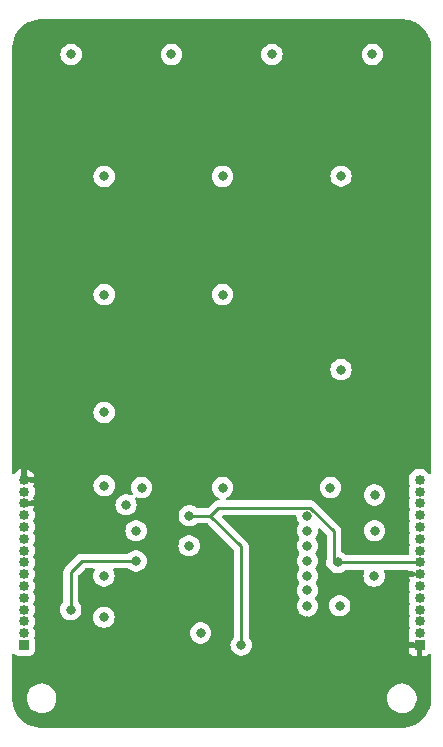
<source format=gbr>
%TF.GenerationSoftware,KiCad,Pcbnew,8.0.1*%
%TF.CreationDate,2024-03-29T18:45:23-05:00*%
%TF.ProjectId,TTWR Keypad,54545752-204b-4657-9970-61642e6b6963,V01*%
%TF.SameCoordinates,Original*%
%TF.FileFunction,Copper,L3,Inr*%
%TF.FilePolarity,Positive*%
%FSLAX46Y46*%
G04 Gerber Fmt 4.6, Leading zero omitted, Abs format (unit mm)*
G04 Created by KiCad (PCBNEW 8.0.1) date 2024-03-29 18:45:23*
%MOMM*%
%LPD*%
G01*
G04 APERTURE LIST*
%TA.AperFunction,ComponentPad*%
%ADD10R,0.850000X0.850000*%
%TD*%
%TA.AperFunction,ComponentPad*%
%ADD11O,0.850000X0.850000*%
%TD*%
%TA.AperFunction,ViaPad*%
%ADD12C,0.800000*%
%TD*%
%TA.AperFunction,Conductor*%
%ADD13C,0.250000*%
%TD*%
G04 APERTURE END LIST*
D10*
%TO.N,Net-(J2-Pin_1)*%
%TO.C,J2*%
X151000000Y-93000000D03*
D11*
%TO.N,unconnected-(J2-Pin_2-Pad2)*%
X151000000Y-92000000D03*
%TO.N,unconnected-(J2-Pin_3-Pad3)*%
X151000000Y-91000000D03*
%TO.N,unconnected-(J2-Pin_4-Pad4)*%
X151000000Y-90000000D03*
%TO.N,unconnected-(J2-Pin_5-Pad5)*%
X151000000Y-89000000D03*
%TO.N,unconnected-(J2-Pin_6-Pad6)*%
X151000000Y-88000000D03*
%TO.N,unconnected-(J2-Pin_7-Pad7)*%
X151000000Y-87000000D03*
%TO.N,unconnected-(J2-Pin_8-Pad8)*%
X151000000Y-86000000D03*
%TO.N,unconnected-(J2-Pin_9-Pad9)*%
X151000000Y-85000000D03*
%TO.N,unconnected-(J2-Pin_10-Pad10)*%
X151000000Y-84000000D03*
%TO.N,unconnected-(J2-Pin_11-Pad11)*%
X151000000Y-83000000D03*
%TO.N,unconnected-(J2-Pin_12-Pad12)*%
X151000000Y-82000000D03*
%TO.N,GND*%
X151000000Y-81000000D03*
%TO.N,unconnected-(J2-Pin_14-Pad14)*%
X151000000Y-80000000D03*
%TO.N,GND*%
X151000000Y-79000000D03*
%TD*%
D10*
%TO.N,GND*%
%TO.C,J1*%
X184500000Y-93000000D03*
D11*
%TO.N,unconnected-(J1-Pin_2-Pad2)*%
X184500000Y-92000000D03*
%TO.N,unconnected-(J1-Pin_3-Pad3)*%
X184500000Y-91000000D03*
%TO.N,unconnected-(J1-Pin_4-Pad4)*%
X184500000Y-90000000D03*
%TO.N,/IO Expander/SDA*%
X184500000Y-89000000D03*
%TO.N,/IO Expander/SCL*%
X184500000Y-88000000D03*
%TO.N,GND*%
X184500000Y-87000000D03*
%TO.N,+3.3V*%
X184500000Y-86000000D03*
%TO.N,unconnected-(J1-Pin_9-Pad9)*%
X184500000Y-85000000D03*
%TO.N,unconnected-(J1-Pin_10-Pad10)*%
X184500000Y-84000000D03*
%TO.N,unconnected-(J1-Pin_11-Pad11)*%
X184500000Y-83000000D03*
%TO.N,unconnected-(J1-Pin_12-Pad12)*%
X184500000Y-82000000D03*
%TO.N,unconnected-(J1-Pin_13-Pad13)*%
X184500000Y-81000000D03*
%TO.N,unconnected-(J1-Pin_14-Pad14)*%
X184500000Y-80000000D03*
%TO.N,unconnected-(J1-Pin_15-Pad15)*%
X184500000Y-79000000D03*
%TD*%
D12*
%TO.N,Net-(D1-A)*%
X155000000Y-43000000D03*
%TO.N,Net-(D2-A)*%
X157800000Y-53325000D03*
%TO.N,Net-(D3-A)*%
X157800000Y-63325000D03*
%TO.N,Net-(D4-A)*%
X157800000Y-73300000D03*
%TO.N,Net-(D8-A)*%
X157775000Y-90650000D03*
%TO.N,Net-(D9-A)*%
X172000000Y-43000000D03*
%TO.N,Net-(D10-A)*%
X177850000Y-53300000D03*
%TO.N,Net-(D11-A)*%
X167825000Y-79675000D03*
%TO.N,Net-(D12-A)*%
X165975000Y-91975000D03*
%TO.N,Net-(D13-A)*%
X180500000Y-43000000D03*
%TO.N,Net-(D14-A)*%
X177850000Y-69675000D03*
%TO.N,Net-(D15-A)*%
X176950000Y-79675000D03*
%TO.N,Net-(D16-A)*%
X177750000Y-89675000D03*
%TO.N,Net-(D5-A)*%
X163500000Y-43000000D03*
%TO.N,Net-(D6-A)*%
X167825000Y-53325000D03*
%TO.N,Net-(D7-A)*%
X167825000Y-63325000D03*
%TO.N,+3.3V*%
X177575000Y-86000000D03*
X165000000Y-82050000D03*
X169400000Y-93000000D03*
%TO.N,GND*%
X182525000Y-80325000D03*
X175000000Y-90950000D03*
%TO.N,ROW_3*%
X157775000Y-87150000D03*
X157800000Y-79500000D03*
%TO.N,/IO Expander/SDA*%
X160500000Y-83325000D03*
%TO.N,/IO Expander/SCL*%
X164995000Y-84595000D03*
%TO.N,/IO Expander/A0*%
X174975000Y-82050000D03*
X180700000Y-80300000D03*
%TO.N,/IO Expander/A1*%
X175000000Y-83325000D03*
X180700000Y-83325000D03*
%TO.N,/IO Expander/A2*%
X175000000Y-84600000D03*
X180650000Y-87175000D03*
%TO.N,/IO Expander/INT*%
X160500000Y-85875000D03*
X154975000Y-90000000D03*
%TO.N,COL_0*%
X160975000Y-79675000D03*
X175000000Y-85875000D03*
%TO.N,COL_1*%
X159650000Y-81125000D03*
X175000000Y-87150000D03*
%TO.N,COL_2*%
X175000000Y-88375000D03*
%TO.N,COL_3*%
X175000000Y-89700000D03*
%TD*%
D13*
%TO.N,+3.3V*%
X175254595Y-81375000D02*
X167475000Y-81375000D01*
X177575000Y-86000000D02*
X177275000Y-86000000D01*
X177250000Y-86025000D02*
X177250000Y-83370405D01*
X177275000Y-86000000D02*
X177250000Y-86025000D01*
X177250000Y-83370405D02*
X175254595Y-81375000D01*
X169400000Y-93000000D02*
X169400000Y-84650000D01*
X169400000Y-84650000D02*
X166800000Y-82050000D01*
X166800000Y-82050000D02*
X165000000Y-82050000D01*
X177250000Y-86025000D02*
X177225000Y-86000000D01*
X167475000Y-81375000D02*
X166800000Y-82050000D01*
X184500000Y-86000000D02*
X177575000Y-86000000D01*
%TO.N,/IO Expander/INT*%
X154975000Y-86825000D02*
X154975000Y-90000000D01*
X155925000Y-85875000D02*
X154975000Y-86825000D01*
X160500000Y-85875000D02*
X155925000Y-85875000D01*
%TD*%
%TA.AperFunction,Conductor*%
%TO.N,GND*%
G36*
X183001039Y-40000017D02*
G01*
X183003981Y-40000065D01*
X183156582Y-40002559D01*
X183170718Y-40003602D01*
X183480196Y-40044345D01*
X183496087Y-40047506D01*
X183740218Y-40112921D01*
X183796612Y-40128032D01*
X183811971Y-40133246D01*
X184099400Y-40252303D01*
X184113947Y-40259477D01*
X184383377Y-40415032D01*
X184396863Y-40424043D01*
X184643686Y-40613437D01*
X184655881Y-40624132D01*
X184875867Y-40844118D01*
X184886562Y-40856313D01*
X185075956Y-41103136D01*
X185084967Y-41116622D01*
X185240522Y-41386052D01*
X185247696Y-41400599D01*
X185366753Y-41688028D01*
X185371967Y-41703387D01*
X185452491Y-42003903D01*
X185455655Y-42019812D01*
X185496396Y-42329270D01*
X185497440Y-42343428D01*
X185499983Y-42498960D01*
X185500000Y-42500987D01*
X185500000Y-78418275D01*
X185480315Y-78485314D01*
X185427511Y-78531069D01*
X185358353Y-78541013D01*
X185294797Y-78511988D01*
X185268613Y-78480275D01*
X185253041Y-78453305D01*
X185252870Y-78453008D01*
X185222498Y-78419276D01*
X185122697Y-78308435D01*
X185122694Y-78308433D01*
X185122693Y-78308432D01*
X185122692Y-78308431D01*
X185043995Y-78251254D01*
X184965297Y-78194076D01*
X184828848Y-78133326D01*
X184787571Y-78114949D01*
X184787569Y-78114948D01*
X184597274Y-78074500D01*
X184402726Y-78074500D01*
X184212431Y-78114948D01*
X184034702Y-78194076D01*
X183877305Y-78308433D01*
X183877302Y-78308435D01*
X183747129Y-78453009D01*
X183649857Y-78621488D01*
X183649856Y-78621489D01*
X183589738Y-78806516D01*
X183569402Y-79000000D01*
X183589738Y-79193483D01*
X183649856Y-79378510D01*
X183649857Y-79378511D01*
X183684203Y-79438000D01*
X183700676Y-79505900D01*
X183684203Y-79562000D01*
X183649857Y-79621488D01*
X183649856Y-79621489D01*
X183589738Y-79806516D01*
X183569402Y-80000000D01*
X183589738Y-80193483D01*
X183649856Y-80378510D01*
X183649857Y-80378511D01*
X183684203Y-80438000D01*
X183700676Y-80505900D01*
X183684203Y-80562000D01*
X183649857Y-80621488D01*
X183649856Y-80621489D01*
X183589738Y-80806516D01*
X183569402Y-81000000D01*
X183589738Y-81193483D01*
X183649856Y-81378510D01*
X183649857Y-81378511D01*
X183684203Y-81438000D01*
X183700676Y-81505900D01*
X183684203Y-81562000D01*
X183649857Y-81621488D01*
X183649856Y-81621489D01*
X183589738Y-81806516D01*
X183569402Y-82000000D01*
X183589738Y-82193483D01*
X183649856Y-82378510D01*
X183649857Y-82378511D01*
X183684203Y-82438000D01*
X183700676Y-82505900D01*
X183684203Y-82562000D01*
X183649857Y-82621488D01*
X183649856Y-82621489D01*
X183589738Y-82806516D01*
X183569402Y-83000000D01*
X183589738Y-83193483D01*
X183649856Y-83378510D01*
X183649857Y-83378511D01*
X183684203Y-83438000D01*
X183700676Y-83505900D01*
X183684203Y-83562000D01*
X183649857Y-83621488D01*
X183649856Y-83621489D01*
X183589738Y-83806516D01*
X183569402Y-84000000D01*
X183589738Y-84193483D01*
X183649856Y-84378510D01*
X183649857Y-84378511D01*
X183684203Y-84438000D01*
X183700676Y-84505900D01*
X183684203Y-84562000D01*
X183649857Y-84621488D01*
X183649856Y-84621489D01*
X183589738Y-84806516D01*
X183572082Y-84974500D01*
X183569402Y-85000000D01*
X183589738Y-85193482D01*
X183589739Y-85193485D01*
X183595814Y-85212183D01*
X183597809Y-85282024D01*
X183561728Y-85341857D01*
X183499026Y-85372684D01*
X183477883Y-85374500D01*
X178278748Y-85374500D01*
X178211709Y-85354815D01*
X178186600Y-85333474D01*
X178180873Y-85327114D01*
X178180869Y-85327110D01*
X178027734Y-85215851D01*
X178027729Y-85215848D01*
X177949064Y-85180824D01*
X177895827Y-85135574D01*
X177875506Y-85068725D01*
X177875500Y-85067545D01*
X177875500Y-83325000D01*
X179794540Y-83325000D01*
X179814326Y-83513256D01*
X179814327Y-83513259D01*
X179872818Y-83693277D01*
X179872821Y-83693284D01*
X179967467Y-83857216D01*
X180094129Y-83997888D01*
X180247265Y-84109148D01*
X180247270Y-84109151D01*
X180420192Y-84186142D01*
X180420197Y-84186144D01*
X180605354Y-84225500D01*
X180605355Y-84225500D01*
X180794644Y-84225500D01*
X180794646Y-84225500D01*
X180979803Y-84186144D01*
X181152730Y-84109151D01*
X181305871Y-83997888D01*
X181432533Y-83857216D01*
X181527179Y-83693284D01*
X181585674Y-83513256D01*
X181605460Y-83325000D01*
X181585674Y-83136744D01*
X181527179Y-82956716D01*
X181432533Y-82792784D01*
X181305871Y-82652112D01*
X181304046Y-82650786D01*
X181152734Y-82540851D01*
X181152729Y-82540848D01*
X180979807Y-82463857D01*
X180979802Y-82463855D01*
X180834001Y-82432865D01*
X180794646Y-82424500D01*
X180605354Y-82424500D01*
X180572897Y-82431398D01*
X180420197Y-82463855D01*
X180420192Y-82463857D01*
X180247270Y-82540848D01*
X180247265Y-82540851D01*
X180094129Y-82652111D01*
X179967466Y-82792785D01*
X179872821Y-82956715D01*
X179872818Y-82956722D01*
X179827771Y-83095364D01*
X179814326Y-83136744D01*
X179794540Y-83325000D01*
X177875500Y-83325000D01*
X177875500Y-83308801D01*
X177855851Y-83210014D01*
X177851463Y-83187953D01*
X177830251Y-83136744D01*
X177830249Y-83136740D01*
X177810997Y-83090260D01*
X177804312Y-83074120D01*
X177752828Y-82997070D01*
X177735858Y-82971672D01*
X177648733Y-82884547D01*
X177648732Y-82884546D01*
X177645621Y-82881435D01*
X177645606Y-82881421D01*
X175744793Y-80980608D01*
X175744773Y-80980586D01*
X175653328Y-80889141D01*
X175602104Y-80854915D01*
X175568130Y-80832214D01*
X175550881Y-80820688D01*
X175455274Y-80781087D01*
X175455272Y-80781085D01*
X175437050Y-80773538D01*
X175437048Y-80773537D01*
X175437047Y-80773537D01*
X175376624Y-80761518D01*
X175316205Y-80749500D01*
X175316202Y-80749500D01*
X175316201Y-80749500D01*
X168208971Y-80749500D01*
X168141932Y-80729815D01*
X168096177Y-80677011D01*
X168086233Y-80607853D01*
X168115258Y-80544297D01*
X168158535Y-80512221D01*
X168225153Y-80482560D01*
X168277730Y-80459151D01*
X168430871Y-80347888D01*
X168557533Y-80207216D01*
X168652179Y-80043284D01*
X168710674Y-79863256D01*
X168730460Y-79675000D01*
X176044540Y-79675000D01*
X176064326Y-79863256D01*
X176064327Y-79863259D01*
X176122818Y-80043277D01*
X176122821Y-80043284D01*
X176217467Y-80207216D01*
X176315057Y-80315600D01*
X176344129Y-80347888D01*
X176497265Y-80459148D01*
X176497270Y-80459151D01*
X176670192Y-80536142D01*
X176670197Y-80536144D01*
X176855354Y-80575500D01*
X176855355Y-80575500D01*
X177044644Y-80575500D01*
X177044646Y-80575500D01*
X177229803Y-80536144D01*
X177402730Y-80459151D01*
X177555871Y-80347888D01*
X177598990Y-80300000D01*
X179794540Y-80300000D01*
X179814326Y-80488256D01*
X179814327Y-80488259D01*
X179872818Y-80668277D01*
X179872821Y-80668284D01*
X179967467Y-80832216D01*
X180094129Y-80972888D01*
X180247265Y-81084148D01*
X180247270Y-81084151D01*
X180420192Y-81161142D01*
X180420197Y-81161144D01*
X180605354Y-81200500D01*
X180605355Y-81200500D01*
X180794644Y-81200500D01*
X180794646Y-81200500D01*
X180979803Y-81161144D01*
X181152730Y-81084151D01*
X181305871Y-80972888D01*
X181432533Y-80832216D01*
X181527179Y-80668284D01*
X181585674Y-80488256D01*
X181605460Y-80300000D01*
X181585674Y-80111744D01*
X181527179Y-79931716D01*
X181432533Y-79767784D01*
X181305871Y-79627112D01*
X181298132Y-79621489D01*
X181152734Y-79515851D01*
X181152729Y-79515848D01*
X180979807Y-79438857D01*
X180979802Y-79438855D01*
X180834001Y-79407865D01*
X180794646Y-79399500D01*
X180605354Y-79399500D01*
X180572897Y-79406398D01*
X180420197Y-79438855D01*
X180420192Y-79438857D01*
X180247270Y-79515848D01*
X180247265Y-79515851D01*
X180094129Y-79627111D01*
X179967466Y-79767785D01*
X179872821Y-79931715D01*
X179872818Y-79931722D01*
X179814327Y-80111740D01*
X179814326Y-80111744D01*
X179794540Y-80300000D01*
X177598990Y-80300000D01*
X177682533Y-80207216D01*
X177777179Y-80043284D01*
X177835674Y-79863256D01*
X177855460Y-79675000D01*
X177835674Y-79486744D01*
X177777179Y-79306716D01*
X177682533Y-79142784D01*
X177555871Y-79002112D01*
X177508624Y-78967785D01*
X177402734Y-78890851D01*
X177402729Y-78890848D01*
X177229807Y-78813857D01*
X177229802Y-78813855D01*
X177084001Y-78782865D01*
X177044646Y-78774500D01*
X176855354Y-78774500D01*
X176822897Y-78781398D01*
X176670197Y-78813855D01*
X176670192Y-78813857D01*
X176497270Y-78890848D01*
X176497265Y-78890851D01*
X176344129Y-79002111D01*
X176217466Y-79142785D01*
X176122821Y-79306715D01*
X176122818Y-79306722D01*
X176064327Y-79486740D01*
X176064326Y-79486744D01*
X176044540Y-79675000D01*
X168730460Y-79675000D01*
X168710674Y-79486744D01*
X168652179Y-79306716D01*
X168557533Y-79142784D01*
X168430871Y-79002112D01*
X168383624Y-78967785D01*
X168277734Y-78890851D01*
X168277729Y-78890848D01*
X168104807Y-78813857D01*
X168104802Y-78813855D01*
X167959001Y-78782865D01*
X167919646Y-78774500D01*
X167730354Y-78774500D01*
X167697897Y-78781398D01*
X167545197Y-78813855D01*
X167545192Y-78813857D01*
X167372270Y-78890848D01*
X167372265Y-78890851D01*
X167219129Y-79002111D01*
X167092466Y-79142785D01*
X166997821Y-79306715D01*
X166997818Y-79306722D01*
X166939327Y-79486740D01*
X166939326Y-79486744D01*
X166919540Y-79675000D01*
X166939326Y-79863256D01*
X166939327Y-79863259D01*
X166997818Y-80043277D01*
X166997821Y-80043284D01*
X167092467Y-80207216D01*
X167190057Y-80315600D01*
X167219129Y-80347888D01*
X167372265Y-80459148D01*
X167372270Y-80459151D01*
X167491465Y-80512221D01*
X167544702Y-80557471D01*
X167565023Y-80624320D01*
X167545977Y-80691544D01*
X167493611Y-80737799D01*
X167441029Y-80749500D01*
X167413389Y-80749500D01*
X167352971Y-80761518D01*
X167292548Y-80773537D01*
X167292546Y-80773537D01*
X167292545Y-80773538D01*
X167292543Y-80773538D01*
X167274320Y-80781087D01*
X167178713Y-80820688D01*
X167178708Y-80820690D01*
X167076272Y-80889138D01*
X167076264Y-80889144D01*
X167031452Y-80933957D01*
X166989142Y-80976267D01*
X166989139Y-80976270D01*
X166771332Y-81194078D01*
X166577229Y-81388181D01*
X166515906Y-81421666D01*
X166489548Y-81424500D01*
X165703748Y-81424500D01*
X165636709Y-81404815D01*
X165611600Y-81383474D01*
X165605873Y-81377114D01*
X165605869Y-81377110D01*
X165452734Y-81265851D01*
X165452729Y-81265848D01*
X165279807Y-81188857D01*
X165279802Y-81188855D01*
X165134001Y-81157865D01*
X165094646Y-81149500D01*
X164905354Y-81149500D01*
X164872897Y-81156398D01*
X164720197Y-81188855D01*
X164720192Y-81188857D01*
X164547270Y-81265848D01*
X164547265Y-81265851D01*
X164394129Y-81377111D01*
X164267466Y-81517785D01*
X164172821Y-81681715D01*
X164172818Y-81681722D01*
X164132270Y-81806518D01*
X164114326Y-81861744D01*
X164094540Y-82050000D01*
X164114326Y-82238256D01*
X164114327Y-82238259D01*
X164172818Y-82418277D01*
X164172821Y-82418284D01*
X164267467Y-82582216D01*
X164356775Y-82681402D01*
X164394129Y-82722888D01*
X164547265Y-82834148D01*
X164547270Y-82834151D01*
X164720192Y-82911142D01*
X164720197Y-82911144D01*
X164905354Y-82950500D01*
X164905355Y-82950500D01*
X165094644Y-82950500D01*
X165094646Y-82950500D01*
X165279803Y-82911144D01*
X165452730Y-82834151D01*
X165605871Y-82722888D01*
X165608788Y-82719647D01*
X165611600Y-82716526D01*
X165671087Y-82679879D01*
X165703748Y-82675500D01*
X166489548Y-82675500D01*
X166556587Y-82695185D01*
X166577229Y-82711819D01*
X168738181Y-84872771D01*
X168771666Y-84934094D01*
X168774500Y-84960452D01*
X168774500Y-92301312D01*
X168754815Y-92368351D01*
X168742650Y-92384284D01*
X168667466Y-92467784D01*
X168572821Y-92631715D01*
X168572818Y-92631722D01*
X168516217Y-92805923D01*
X168514326Y-92811744D01*
X168494540Y-93000000D01*
X168514326Y-93188256D01*
X168514327Y-93188259D01*
X168572818Y-93368277D01*
X168572821Y-93368284D01*
X168667467Y-93532216D01*
X168788905Y-93667086D01*
X168794129Y-93672888D01*
X168947265Y-93784148D01*
X168947270Y-93784151D01*
X169120192Y-93861142D01*
X169120197Y-93861144D01*
X169305354Y-93900500D01*
X169305355Y-93900500D01*
X169494644Y-93900500D01*
X169494646Y-93900500D01*
X169679803Y-93861144D01*
X169852730Y-93784151D01*
X170005871Y-93672888D01*
X170132533Y-93532216D01*
X170227179Y-93368284D01*
X170265612Y-93250000D01*
X183575000Y-93250000D01*
X183575000Y-93472844D01*
X183581401Y-93532372D01*
X183581403Y-93532379D01*
X183631645Y-93667086D01*
X183631649Y-93667093D01*
X183717809Y-93782187D01*
X183717812Y-93782190D01*
X183832906Y-93868350D01*
X183832913Y-93868354D01*
X183967620Y-93918596D01*
X183967627Y-93918598D01*
X184027155Y-93924999D01*
X184027172Y-93925000D01*
X184250000Y-93925000D01*
X184250000Y-93250000D01*
X183575000Y-93250000D01*
X170265612Y-93250000D01*
X170285674Y-93188256D01*
X170305460Y-93000000D01*
X170285674Y-92811744D01*
X170227179Y-92631716D01*
X170132533Y-92467784D01*
X170132292Y-92467516D01*
X170057350Y-92384284D01*
X170027120Y-92321292D01*
X170025500Y-92301312D01*
X170025500Y-84588399D01*
X170025500Y-84588394D01*
X170024417Y-84582951D01*
X170001463Y-84467549D01*
X169976275Y-84406740D01*
X169954314Y-84353720D01*
X169954307Y-84353707D01*
X169885858Y-84251267D01*
X169885855Y-84251263D01*
X169795637Y-84161045D01*
X169795606Y-84161016D01*
X167846771Y-82212181D01*
X167813286Y-82150858D01*
X167818270Y-82081166D01*
X167860142Y-82025233D01*
X167925606Y-82000816D01*
X167934452Y-82000500D01*
X173952687Y-82000500D01*
X174019726Y-82020185D01*
X174065481Y-82072989D01*
X174076007Y-82111536D01*
X174089326Y-82238256D01*
X174089327Y-82238259D01*
X174147818Y-82418277D01*
X174147821Y-82418284D01*
X174242466Y-82582215D01*
X174275056Y-82618410D01*
X174305286Y-82681402D01*
X174296660Y-82750737D01*
X174275061Y-82784349D01*
X174267468Y-82792782D01*
X174267464Y-82792787D01*
X174172821Y-82956715D01*
X174172818Y-82956722D01*
X174127771Y-83095364D01*
X174114326Y-83136744D01*
X174094540Y-83325000D01*
X174114326Y-83513256D01*
X174114327Y-83513259D01*
X174172818Y-83693277D01*
X174172821Y-83693284D01*
X174267466Y-83857215D01*
X174287557Y-83879529D01*
X174317786Y-83942522D01*
X174309160Y-84011857D01*
X174287557Y-84045471D01*
X174267466Y-84067784D01*
X174172821Y-84231715D01*
X174172818Y-84231722D01*
X174114327Y-84411740D01*
X174114326Y-84411744D01*
X174094540Y-84600000D01*
X174114326Y-84788256D01*
X174114327Y-84788259D01*
X174172818Y-84968277D01*
X174172821Y-84968284D01*
X174267466Y-85132215D01*
X174287557Y-85154529D01*
X174317786Y-85217522D01*
X174309160Y-85286857D01*
X174287557Y-85320471D01*
X174267466Y-85342784D01*
X174172821Y-85506715D01*
X174172818Y-85506722D01*
X174114327Y-85686740D01*
X174114326Y-85686744D01*
X174094540Y-85875000D01*
X174114326Y-86063256D01*
X174114327Y-86063259D01*
X174172818Y-86243277D01*
X174172821Y-86243284D01*
X174267466Y-86407215D01*
X174287557Y-86429529D01*
X174317786Y-86492522D01*
X174309160Y-86561857D01*
X174287557Y-86595471D01*
X174267466Y-86617784D01*
X174172821Y-86781715D01*
X174172818Y-86781722D01*
X174114327Y-86961740D01*
X174114326Y-86961744D01*
X174094540Y-87150000D01*
X174114326Y-87338256D01*
X174114327Y-87338259D01*
X174172818Y-87518277D01*
X174172821Y-87518284D01*
X174267466Y-87682215D01*
X174271285Y-87687471D01*
X174269489Y-87688775D01*
X174295280Y-87742544D01*
X174286641Y-87811877D01*
X174270514Y-87836969D01*
X174271285Y-87837529D01*
X174267466Y-87842784D01*
X174172821Y-88006715D01*
X174172818Y-88006722D01*
X174114327Y-88186740D01*
X174114326Y-88186744D01*
X174094540Y-88375000D01*
X174114326Y-88563256D01*
X174114327Y-88563259D01*
X174172818Y-88743277D01*
X174172821Y-88743284D01*
X174267467Y-88907216D01*
X174289763Y-88931978D01*
X174310067Y-88954529D01*
X174340296Y-89017521D01*
X174331670Y-89086856D01*
X174310067Y-89120471D01*
X174267466Y-89167785D01*
X174172821Y-89331715D01*
X174172818Y-89331722D01*
X174118142Y-89500000D01*
X174114326Y-89511744D01*
X174094540Y-89700000D01*
X174114326Y-89888256D01*
X174114327Y-89888259D01*
X174172818Y-90068277D01*
X174172821Y-90068284D01*
X174267467Y-90232216D01*
X174312043Y-90281722D01*
X174394129Y-90372888D01*
X174547265Y-90484148D01*
X174547270Y-90484151D01*
X174720192Y-90561142D01*
X174720197Y-90561144D01*
X174905354Y-90600500D01*
X174905355Y-90600500D01*
X175094644Y-90600500D01*
X175094646Y-90600500D01*
X175279803Y-90561144D01*
X175452730Y-90484151D01*
X175605871Y-90372888D01*
X175732533Y-90232216D01*
X175827179Y-90068284D01*
X175885674Y-89888256D01*
X175905460Y-89700000D01*
X175902832Y-89675000D01*
X176844540Y-89675000D01*
X176864326Y-89863256D01*
X176864327Y-89863259D01*
X176922818Y-90043277D01*
X176922821Y-90043284D01*
X177017467Y-90207216D01*
X177084553Y-90281722D01*
X177144129Y-90347888D01*
X177297265Y-90459148D01*
X177297270Y-90459151D01*
X177470192Y-90536142D01*
X177470197Y-90536144D01*
X177655354Y-90575500D01*
X177655355Y-90575500D01*
X177844644Y-90575500D01*
X177844646Y-90575500D01*
X178029803Y-90536144D01*
X178202730Y-90459151D01*
X178355871Y-90347888D01*
X178482533Y-90207216D01*
X178577179Y-90043284D01*
X178635674Y-89863256D01*
X178655460Y-89675000D01*
X178635674Y-89486744D01*
X178577179Y-89306716D01*
X178482533Y-89142784D01*
X178355871Y-89002112D01*
X178336650Y-88988147D01*
X178202734Y-88890851D01*
X178202729Y-88890848D01*
X178029807Y-88813857D01*
X178029802Y-88813855D01*
X177884001Y-88782865D01*
X177844646Y-88774500D01*
X177655354Y-88774500D01*
X177622897Y-88781398D01*
X177470197Y-88813855D01*
X177470192Y-88813857D01*
X177297270Y-88890848D01*
X177297265Y-88890851D01*
X177144129Y-89002111D01*
X177017466Y-89142785D01*
X176922821Y-89306715D01*
X176922818Y-89306722D01*
X176864327Y-89486740D01*
X176864326Y-89486744D01*
X176844540Y-89675000D01*
X175902832Y-89675000D01*
X175885674Y-89511744D01*
X175827179Y-89331716D01*
X175732533Y-89167784D01*
X175689932Y-89120471D01*
X175659703Y-89057482D01*
X175668327Y-88988147D01*
X175689931Y-88954529D01*
X175732533Y-88907216D01*
X175827179Y-88743284D01*
X175885674Y-88563256D01*
X175905460Y-88375000D01*
X175885674Y-88186744D01*
X175827179Y-88006716D01*
X175732533Y-87842784D01*
X175728715Y-87837529D01*
X175730515Y-87836221D01*
X175704725Y-87782488D01*
X175713345Y-87713152D01*
X175729488Y-87688032D01*
X175728715Y-87687471D01*
X175732529Y-87682220D01*
X175732533Y-87682216D01*
X175827179Y-87518284D01*
X175885674Y-87338256D01*
X175905460Y-87150000D01*
X175885674Y-86961744D01*
X175827179Y-86781716D01*
X175732533Y-86617784D01*
X175712442Y-86595471D01*
X175682213Y-86532481D01*
X175690838Y-86463146D01*
X175712443Y-86429528D01*
X175715382Y-86426264D01*
X175732533Y-86407216D01*
X175827179Y-86243284D01*
X175885674Y-86063256D01*
X175905460Y-85875000D01*
X175885674Y-85686744D01*
X175827179Y-85506716D01*
X175732533Y-85342784D01*
X175712442Y-85320471D01*
X175682213Y-85257481D01*
X175690838Y-85188146D01*
X175712443Y-85154528D01*
X175732533Y-85132216D01*
X175827179Y-84968284D01*
X175885674Y-84788256D01*
X175905460Y-84600000D01*
X175885674Y-84411744D01*
X175827179Y-84231716D01*
X175732533Y-84067784D01*
X175712442Y-84045471D01*
X175682213Y-83982481D01*
X175690838Y-83913146D01*
X175712443Y-83879528D01*
X175732533Y-83857216D01*
X175827179Y-83693284D01*
X175885674Y-83513256D01*
X175905460Y-83325000D01*
X175893374Y-83210011D01*
X175905943Y-83141284D01*
X175953675Y-83090260D01*
X176021416Y-83073142D01*
X176087657Y-83095364D01*
X176104376Y-83109371D01*
X176588181Y-83593176D01*
X176621666Y-83654499D01*
X176624500Y-83680857D01*
X176624500Y-85800495D01*
X176622117Y-85824686D01*
X176599500Y-85938388D01*
X176599500Y-86061611D01*
X176623535Y-86182444D01*
X176623540Y-86182461D01*
X176670685Y-86296281D01*
X176670690Y-86296290D01*
X176739139Y-86398727D01*
X176739145Y-86398735D01*
X176759801Y-86419391D01*
X176759810Y-86419401D01*
X176764141Y-86423732D01*
X176764142Y-86423733D01*
X176789728Y-86449319D01*
X176809432Y-86474998D01*
X176842467Y-86532216D01*
X176899423Y-86595472D01*
X176969126Y-86672885D01*
X176969129Y-86672888D01*
X177122265Y-86784148D01*
X177122270Y-86784151D01*
X177295192Y-86861142D01*
X177295197Y-86861144D01*
X177480354Y-86900500D01*
X177480355Y-86900500D01*
X177669644Y-86900500D01*
X177669646Y-86900500D01*
X177854803Y-86861144D01*
X178027730Y-86784151D01*
X178180871Y-86672888D01*
X178183788Y-86669647D01*
X178186600Y-86666526D01*
X178246087Y-86629879D01*
X178278748Y-86625500D01*
X179712672Y-86625500D01*
X179779711Y-86645185D01*
X179825466Y-86697989D01*
X179835410Y-86767147D01*
X179823997Y-86800134D01*
X179825462Y-86800786D01*
X179822818Y-86806722D01*
X179772450Y-86961740D01*
X179764326Y-86986744D01*
X179744540Y-87175000D01*
X179764326Y-87363256D01*
X179764327Y-87363259D01*
X179822818Y-87543277D01*
X179822821Y-87543284D01*
X179917467Y-87707216D01*
X180034802Y-87837529D01*
X180044129Y-87847888D01*
X180197265Y-87959148D01*
X180197270Y-87959151D01*
X180370192Y-88036142D01*
X180370197Y-88036144D01*
X180555354Y-88075500D01*
X180555355Y-88075500D01*
X180744644Y-88075500D01*
X180744646Y-88075500D01*
X180929803Y-88036144D01*
X181102730Y-87959151D01*
X181255871Y-87847888D01*
X181382533Y-87707216D01*
X181477179Y-87543284D01*
X181535674Y-87363256D01*
X181555460Y-87175000D01*
X181535674Y-86986744D01*
X181477179Y-86806716D01*
X181477176Y-86806710D01*
X181474538Y-86800786D01*
X181477062Y-86799661D01*
X181463470Y-86743569D01*
X181486339Y-86677547D01*
X181541271Y-86634371D01*
X181587328Y-86625500D01*
X183478409Y-86625500D01*
X183545448Y-86645185D01*
X183591203Y-86697989D01*
X183596227Y-86732931D01*
X183608628Y-86750000D01*
X183917441Y-86750000D01*
X183984480Y-86769685D01*
X183990319Y-86773676D01*
X184001393Y-86781722D01*
X184034702Y-86805923D01*
X184216178Y-86886720D01*
X184260662Y-86924530D01*
X184250000Y-86950272D01*
X184250000Y-87049728D01*
X184260490Y-87075054D01*
X184218326Y-87112299D01*
X184216178Y-87113280D01*
X184034702Y-87194076D01*
X183990327Y-87226318D01*
X183924520Y-87249798D01*
X183917441Y-87250000D01*
X183608628Y-87250000D01*
X183650315Y-87378302D01*
X183684492Y-87437498D01*
X183700965Y-87505398D01*
X183684493Y-87561497D01*
X183649856Y-87621490D01*
X183589738Y-87806516D01*
X183569402Y-88000000D01*
X183589738Y-88193483D01*
X183649856Y-88378510D01*
X183649857Y-88378511D01*
X183684203Y-88438000D01*
X183700676Y-88505900D01*
X183684203Y-88562000D01*
X183649857Y-88621488D01*
X183649856Y-88621489D01*
X183589738Y-88806516D01*
X183569402Y-89000000D01*
X183589738Y-89193483D01*
X183649856Y-89378510D01*
X183649857Y-89378511D01*
X183684203Y-89438000D01*
X183700676Y-89505900D01*
X183684203Y-89562000D01*
X183649857Y-89621488D01*
X183649856Y-89621489D01*
X183589738Y-89806516D01*
X183569402Y-90000000D01*
X183589738Y-90193483D01*
X183649856Y-90378510D01*
X183649857Y-90378511D01*
X183684203Y-90438000D01*
X183700676Y-90505900D01*
X183684203Y-90562000D01*
X183649857Y-90621488D01*
X183649856Y-90621489D01*
X183589738Y-90806516D01*
X183569402Y-91000000D01*
X183589738Y-91193483D01*
X183649856Y-91378510D01*
X183649857Y-91378511D01*
X183684203Y-91438000D01*
X183700676Y-91505900D01*
X183684203Y-91562000D01*
X183649857Y-91621488D01*
X183649856Y-91621489D01*
X183589738Y-91806516D01*
X183569402Y-91999999D01*
X183589738Y-92193483D01*
X183589740Y-92193488D01*
X183620096Y-92286917D01*
X183622091Y-92356758D01*
X183618347Y-92368566D01*
X183581403Y-92467617D01*
X183581401Y-92467627D01*
X183575000Y-92527155D01*
X183575000Y-92750000D01*
X183917441Y-92750000D01*
X183984480Y-92769685D01*
X183990327Y-92773682D01*
X184034702Y-92805923D01*
X184102577Y-92836142D01*
X184212429Y-92885051D01*
X184271788Y-92897668D01*
X184250000Y-92950272D01*
X184250000Y-93049728D01*
X184288060Y-93141614D01*
X184358386Y-93211940D01*
X184450272Y-93250000D01*
X184549728Y-93250000D01*
X184641614Y-93211940D01*
X184711940Y-93141614D01*
X184750000Y-93049728D01*
X184750000Y-93925000D01*
X184972828Y-93925000D01*
X184972844Y-93924999D01*
X185032372Y-93918598D01*
X185032379Y-93918596D01*
X185167086Y-93868354D01*
X185167093Y-93868350D01*
X185282187Y-93782190D01*
X185288319Y-93776059D01*
X185349642Y-93742574D01*
X185419334Y-93747558D01*
X185475267Y-93789430D01*
X185499684Y-93854894D01*
X185500000Y-93863740D01*
X185500000Y-97499012D01*
X185499983Y-97501039D01*
X185497440Y-97656571D01*
X185496396Y-97670729D01*
X185455655Y-97980187D01*
X185452491Y-97996096D01*
X185371967Y-98296612D01*
X185366753Y-98311971D01*
X185247696Y-98599400D01*
X185240522Y-98613947D01*
X185084967Y-98883377D01*
X185075956Y-98896863D01*
X184886562Y-99143686D01*
X184875867Y-99155881D01*
X184655881Y-99375867D01*
X184643686Y-99386562D01*
X184396863Y-99575956D01*
X184383377Y-99584967D01*
X184113947Y-99740522D01*
X184099400Y-99747696D01*
X183811971Y-99866753D01*
X183796612Y-99871967D01*
X183496096Y-99952491D01*
X183480187Y-99955655D01*
X183170729Y-99996396D01*
X183156571Y-99997440D01*
X183001040Y-99999983D01*
X182999013Y-100000000D01*
X152500987Y-100000000D01*
X152498960Y-99999983D01*
X152343428Y-99997440D01*
X152329270Y-99996396D01*
X152019812Y-99955655D01*
X152003903Y-99952491D01*
X151703387Y-99871967D01*
X151688028Y-99866753D01*
X151400599Y-99747696D01*
X151386052Y-99740522D01*
X151116622Y-99584967D01*
X151103136Y-99575956D01*
X150856313Y-99386562D01*
X150844118Y-99375867D01*
X150624132Y-99155881D01*
X150613437Y-99143686D01*
X150424043Y-98896863D01*
X150415032Y-98883377D01*
X150259477Y-98613947D01*
X150252303Y-98599400D01*
X150133246Y-98311971D01*
X150128032Y-98296612D01*
X150060199Y-98043458D01*
X150047506Y-97996087D01*
X150044345Y-97980196D01*
X150003602Y-97670718D01*
X150002559Y-97656582D01*
X150000017Y-97501038D01*
X150000008Y-97500000D01*
X151247474Y-97500000D01*
X151267602Y-97723643D01*
X151327341Y-97940106D01*
X151424769Y-98142417D01*
X151424771Y-98142421D01*
X151556753Y-98324079D01*
X151556754Y-98324081D01*
X151556757Y-98324084D01*
X151556758Y-98324085D01*
X151719063Y-98479264D01*
X151906467Y-98602969D01*
X152112948Y-98691223D01*
X152331869Y-98741190D01*
X152556194Y-98751265D01*
X152778713Y-98721123D01*
X152992274Y-98651732D01*
X153190013Y-98545325D01*
X153365574Y-98405319D01*
X153513315Y-98236216D01*
X153628487Y-98043451D01*
X153707389Y-97833218D01*
X153747484Y-97612276D01*
X153750000Y-97500000D01*
X181747474Y-97500000D01*
X181767602Y-97723643D01*
X181827341Y-97940106D01*
X181924769Y-98142417D01*
X181924771Y-98142421D01*
X182056753Y-98324079D01*
X182056754Y-98324081D01*
X182056757Y-98324084D01*
X182056758Y-98324085D01*
X182219063Y-98479264D01*
X182406467Y-98602969D01*
X182612948Y-98691223D01*
X182831869Y-98741190D01*
X183056194Y-98751265D01*
X183278713Y-98721123D01*
X183492274Y-98651732D01*
X183690013Y-98545325D01*
X183865574Y-98405319D01*
X184013315Y-98236216D01*
X184128487Y-98043451D01*
X184207389Y-97833218D01*
X184247484Y-97612276D01*
X184250000Y-97500000D01*
X184247484Y-97387724D01*
X184207389Y-97166782D01*
X184128487Y-96956549D01*
X184128483Y-96956543D01*
X184128483Y-96956541D01*
X184063276Y-96847404D01*
X184013315Y-96763784D01*
X183865574Y-96594681D01*
X183865572Y-96594680D01*
X183865571Y-96594678D01*
X183690014Y-96454676D01*
X183690013Y-96454675D01*
X183582892Y-96397031D01*
X183492275Y-96348268D01*
X183278715Y-96278877D01*
X183204540Y-96268829D01*
X183056194Y-96248735D01*
X183056190Y-96248735D01*
X182831874Y-96258809D01*
X182831863Y-96258811D01*
X182612958Y-96308774D01*
X182612951Y-96308776D01*
X182612948Y-96308777D01*
X182520554Y-96348268D01*
X182406466Y-96397031D01*
X182319139Y-96454676D01*
X182219063Y-96520736D01*
X182219062Y-96520737D01*
X182056754Y-96675918D01*
X182056753Y-96675920D01*
X181924771Y-96857578D01*
X181924769Y-96857582D01*
X181827341Y-97059893D01*
X181767602Y-97276356D01*
X181747474Y-97500000D01*
X153750000Y-97500000D01*
X153747484Y-97387724D01*
X153707389Y-97166782D01*
X153628487Y-96956549D01*
X153628483Y-96956543D01*
X153628483Y-96956541D01*
X153563276Y-96847404D01*
X153513315Y-96763784D01*
X153365574Y-96594681D01*
X153365572Y-96594680D01*
X153365571Y-96594678D01*
X153190014Y-96454676D01*
X153190013Y-96454675D01*
X153082892Y-96397031D01*
X152992275Y-96348268D01*
X152778715Y-96278877D01*
X152704540Y-96268829D01*
X152556194Y-96248735D01*
X152556190Y-96248735D01*
X152331874Y-96258809D01*
X152331863Y-96258811D01*
X152112958Y-96308774D01*
X152112951Y-96308776D01*
X152112948Y-96308777D01*
X152020554Y-96348268D01*
X151906466Y-96397031D01*
X151819139Y-96454676D01*
X151719063Y-96520736D01*
X151719062Y-96520737D01*
X151556754Y-96675918D01*
X151556753Y-96675920D01*
X151424771Y-96857578D01*
X151424769Y-96857582D01*
X151327341Y-97059893D01*
X151267602Y-97276356D01*
X151247474Y-97500000D01*
X150000008Y-97500000D01*
X150000000Y-97499012D01*
X150000000Y-93864454D01*
X150019685Y-93797415D01*
X150072489Y-93751660D01*
X150141647Y-93741716D01*
X150205203Y-93770741D01*
X150211681Y-93776773D01*
X150217455Y-93782547D01*
X150332664Y-93868793D01*
X150332671Y-93868797D01*
X150467517Y-93919091D01*
X150467516Y-93919091D01*
X150474444Y-93919835D01*
X150527127Y-93925500D01*
X151472872Y-93925499D01*
X151532483Y-93919091D01*
X151667331Y-93868796D01*
X151782546Y-93782546D01*
X151868796Y-93667331D01*
X151919091Y-93532483D01*
X151925500Y-93472873D01*
X151925499Y-92527128D01*
X151919091Y-92467517D01*
X151881899Y-92367802D01*
X151876916Y-92298112D01*
X151880145Y-92286170D01*
X151910262Y-92193482D01*
X151930598Y-92000000D01*
X151927970Y-91975000D01*
X165069540Y-91975000D01*
X165089326Y-92163256D01*
X165089327Y-92163259D01*
X165147818Y-92343277D01*
X165147821Y-92343284D01*
X165242467Y-92507216D01*
X165278282Y-92546992D01*
X165369129Y-92647888D01*
X165522265Y-92759148D01*
X165522270Y-92759151D01*
X165695192Y-92836142D01*
X165695197Y-92836144D01*
X165880354Y-92875500D01*
X165880355Y-92875500D01*
X166069644Y-92875500D01*
X166069646Y-92875500D01*
X166254803Y-92836144D01*
X166427730Y-92759151D01*
X166580871Y-92647888D01*
X166707533Y-92507216D01*
X166802179Y-92343284D01*
X166860674Y-92163256D01*
X166880460Y-91975000D01*
X166860674Y-91786744D01*
X166802179Y-91606716D01*
X166707533Y-91442784D01*
X166580871Y-91302112D01*
X166580870Y-91302111D01*
X166427734Y-91190851D01*
X166427729Y-91190848D01*
X166254807Y-91113857D01*
X166254802Y-91113855D01*
X166109001Y-91082865D01*
X166069646Y-91074500D01*
X165880354Y-91074500D01*
X165847897Y-91081398D01*
X165695197Y-91113855D01*
X165695192Y-91113857D01*
X165522270Y-91190848D01*
X165522265Y-91190851D01*
X165369129Y-91302111D01*
X165242466Y-91442785D01*
X165147821Y-91606715D01*
X165147818Y-91606722D01*
X165089327Y-91786740D01*
X165089326Y-91786744D01*
X165069540Y-91975000D01*
X151927970Y-91975000D01*
X151910262Y-91806518D01*
X151850144Y-91621492D01*
X151815795Y-91561999D01*
X151799322Y-91494101D01*
X151815796Y-91438000D01*
X151850144Y-91378508D01*
X151910262Y-91193482D01*
X151930598Y-91000000D01*
X151910262Y-90806518D01*
X151850144Y-90621492D01*
X151815795Y-90561999D01*
X151799322Y-90494101D01*
X151815796Y-90438000D01*
X151850144Y-90378508D01*
X151910262Y-90193482D01*
X151930598Y-90000000D01*
X154069540Y-90000000D01*
X154089326Y-90188256D01*
X154089327Y-90188259D01*
X154147818Y-90368277D01*
X154147821Y-90368284D01*
X154242467Y-90532216D01*
X154369129Y-90672888D01*
X154522265Y-90784148D01*
X154522270Y-90784151D01*
X154695192Y-90861142D01*
X154695197Y-90861144D01*
X154880354Y-90900500D01*
X154880355Y-90900500D01*
X155069644Y-90900500D01*
X155069646Y-90900500D01*
X155254803Y-90861144D01*
X155427730Y-90784151D01*
X155580871Y-90672888D01*
X155601480Y-90650000D01*
X156869540Y-90650000D01*
X156889326Y-90838256D01*
X156889327Y-90838259D01*
X156947818Y-91018277D01*
X156947821Y-91018284D01*
X157042467Y-91182216D01*
X157150421Y-91302111D01*
X157169129Y-91322888D01*
X157322265Y-91434148D01*
X157322270Y-91434151D01*
X157495192Y-91511142D01*
X157495197Y-91511144D01*
X157680354Y-91550500D01*
X157680355Y-91550500D01*
X157869644Y-91550500D01*
X157869646Y-91550500D01*
X158054803Y-91511144D01*
X158227730Y-91434151D01*
X158380871Y-91322888D01*
X158507533Y-91182216D01*
X158602179Y-91018284D01*
X158660674Y-90838256D01*
X158680460Y-90650000D01*
X158660674Y-90461744D01*
X158602179Y-90281716D01*
X158507533Y-90117784D01*
X158380871Y-89977112D01*
X158380870Y-89977111D01*
X158227734Y-89865851D01*
X158227729Y-89865848D01*
X158054807Y-89788857D01*
X158054802Y-89788855D01*
X157909001Y-89757865D01*
X157869646Y-89749500D01*
X157680354Y-89749500D01*
X157647897Y-89756398D01*
X157495197Y-89788855D01*
X157495192Y-89788857D01*
X157322270Y-89865848D01*
X157322265Y-89865851D01*
X157169129Y-89977111D01*
X157042466Y-90117785D01*
X156947821Y-90281715D01*
X156947818Y-90281722D01*
X156889327Y-90461740D01*
X156889326Y-90461744D01*
X156869540Y-90650000D01*
X155601480Y-90650000D01*
X155707533Y-90532216D01*
X155802179Y-90368284D01*
X155860674Y-90188256D01*
X155880460Y-90000000D01*
X155860674Y-89811744D01*
X155802179Y-89631716D01*
X155707533Y-89467784D01*
X155632350Y-89384284D01*
X155602120Y-89321292D01*
X155600500Y-89301312D01*
X155600500Y-87135452D01*
X155620185Y-87068413D01*
X155636819Y-87047771D01*
X156147771Y-86536819D01*
X156209094Y-86503334D01*
X156235452Y-86500500D01*
X156895407Y-86500500D01*
X156962446Y-86520185D01*
X157008201Y-86572989D01*
X157018145Y-86642147D01*
X157002794Y-86686500D01*
X156947821Y-86781715D01*
X156947818Y-86781722D01*
X156889327Y-86961740D01*
X156889326Y-86961744D01*
X156869540Y-87150000D01*
X156889326Y-87338256D01*
X156889327Y-87338259D01*
X156947818Y-87518277D01*
X156947821Y-87518284D01*
X157042467Y-87682216D01*
X157132753Y-87782488D01*
X157169129Y-87822888D01*
X157322265Y-87934148D01*
X157322270Y-87934151D01*
X157495192Y-88011142D01*
X157495197Y-88011144D01*
X157680354Y-88050500D01*
X157680355Y-88050500D01*
X157869644Y-88050500D01*
X157869646Y-88050500D01*
X158054803Y-88011144D01*
X158227730Y-87934151D01*
X158380871Y-87822888D01*
X158507533Y-87682216D01*
X158602179Y-87518284D01*
X158660674Y-87338256D01*
X158680460Y-87150000D01*
X158660674Y-86961744D01*
X158602179Y-86781716D01*
X158547205Y-86686499D01*
X158530733Y-86618600D01*
X158553586Y-86552573D01*
X158608507Y-86509382D01*
X158654593Y-86500500D01*
X159796252Y-86500500D01*
X159863291Y-86520185D01*
X159888400Y-86541526D01*
X159894126Y-86547885D01*
X159894130Y-86547889D01*
X160047265Y-86659148D01*
X160047270Y-86659151D01*
X160220192Y-86736142D01*
X160220197Y-86736144D01*
X160405354Y-86775500D01*
X160405355Y-86775500D01*
X160594644Y-86775500D01*
X160594646Y-86775500D01*
X160779803Y-86736144D01*
X160952730Y-86659151D01*
X161105871Y-86547888D01*
X161232533Y-86407216D01*
X161327179Y-86243284D01*
X161385674Y-86063256D01*
X161405460Y-85875000D01*
X161385674Y-85686744D01*
X161327179Y-85506716D01*
X161232533Y-85342784D01*
X161105871Y-85202112D01*
X161105870Y-85202111D01*
X160952734Y-85090851D01*
X160952729Y-85090848D01*
X160779807Y-85013857D01*
X160779802Y-85013855D01*
X160634001Y-84982865D01*
X160594646Y-84974500D01*
X160405354Y-84974500D01*
X160372897Y-84981398D01*
X160220197Y-85013855D01*
X160220192Y-85013857D01*
X160047270Y-85090848D01*
X160047265Y-85090851D01*
X159894130Y-85202110D01*
X159894126Y-85202114D01*
X159888400Y-85208474D01*
X159828913Y-85245121D01*
X159796252Y-85249500D01*
X155986607Y-85249500D01*
X155863393Y-85249500D01*
X155811661Y-85259790D01*
X155811660Y-85259789D01*
X155742554Y-85273535D01*
X155742541Y-85273539D01*
X155710390Y-85286857D01*
X155695397Y-85293067D01*
X155673169Y-85302274D01*
X155628713Y-85320688D01*
X155618557Y-85327475D01*
X155618449Y-85327547D01*
X155526268Y-85389140D01*
X155482705Y-85432703D01*
X155439142Y-85476267D01*
X155439139Y-85476270D01*
X154576270Y-86339139D01*
X154576267Y-86339142D01*
X154536901Y-86378508D01*
X154489144Y-86426264D01*
X154489142Y-86426267D01*
X154469453Y-86455734D01*
X154469452Y-86455736D01*
X154469451Y-86455735D01*
X154420687Y-86528715D01*
X154410805Y-86552573D01*
X154399730Y-86579312D01*
X154373537Y-86642546D01*
X154373535Y-86642554D01*
X154367501Y-86672884D01*
X154367502Y-86672885D01*
X154357803Y-86721653D01*
X154357802Y-86721659D01*
X154349500Y-86763392D01*
X154349500Y-89301312D01*
X154329815Y-89368351D01*
X154317650Y-89384284D01*
X154242466Y-89467784D01*
X154147821Y-89631715D01*
X154147818Y-89631722D01*
X154091024Y-89806518D01*
X154089326Y-89811744D01*
X154069540Y-90000000D01*
X151930598Y-90000000D01*
X151910262Y-89806518D01*
X151850144Y-89621492D01*
X151815795Y-89561999D01*
X151799322Y-89494101D01*
X151815796Y-89438000D01*
X151850144Y-89378508D01*
X151910262Y-89193482D01*
X151930598Y-89000000D01*
X151910262Y-88806518D01*
X151850144Y-88621492D01*
X151815795Y-88561999D01*
X151799322Y-88494101D01*
X151815796Y-88438000D01*
X151850144Y-88378508D01*
X151910262Y-88193482D01*
X151930598Y-88000000D01*
X151910262Y-87806518D01*
X151850144Y-87621492D01*
X151815795Y-87561999D01*
X151799322Y-87494101D01*
X151815795Y-87438001D01*
X151850144Y-87378508D01*
X151910262Y-87193482D01*
X151930598Y-87000000D01*
X151910262Y-86806518D01*
X151850144Y-86621492D01*
X151815795Y-86561999D01*
X151799322Y-86494101D01*
X151815795Y-86438001D01*
X151850144Y-86378508D01*
X151910262Y-86193482D01*
X151930598Y-86000000D01*
X151910262Y-85806518D01*
X151850144Y-85621492D01*
X151815795Y-85561999D01*
X151799322Y-85494101D01*
X151815795Y-85438001D01*
X151850144Y-85378508D01*
X151910262Y-85193482D01*
X151930598Y-85000000D01*
X151910262Y-84806518D01*
X151850144Y-84621492D01*
X151834849Y-84595000D01*
X164089540Y-84595000D01*
X164109326Y-84783256D01*
X164109327Y-84783259D01*
X164167818Y-84963277D01*
X164167821Y-84963284D01*
X164262467Y-85127216D01*
X164381837Y-85259789D01*
X164389129Y-85267888D01*
X164542265Y-85379148D01*
X164542270Y-85379151D01*
X164715192Y-85456142D01*
X164715197Y-85456144D01*
X164900354Y-85495500D01*
X164900355Y-85495500D01*
X165089644Y-85495500D01*
X165089646Y-85495500D01*
X165274803Y-85456144D01*
X165447730Y-85379151D01*
X165600871Y-85267888D01*
X165727533Y-85127216D01*
X165822179Y-84963284D01*
X165880674Y-84783256D01*
X165900460Y-84595000D01*
X165880674Y-84406744D01*
X165822179Y-84226716D01*
X165727533Y-84062784D01*
X165600871Y-83922112D01*
X165600870Y-83922111D01*
X165447734Y-83810851D01*
X165447729Y-83810848D01*
X165274807Y-83733857D01*
X165274802Y-83733855D01*
X165129001Y-83702865D01*
X165089646Y-83694500D01*
X164900354Y-83694500D01*
X164867897Y-83701398D01*
X164715197Y-83733855D01*
X164715192Y-83733857D01*
X164542270Y-83810848D01*
X164542265Y-83810851D01*
X164389129Y-83922111D01*
X164262466Y-84062785D01*
X164167821Y-84226715D01*
X164167818Y-84226722D01*
X164109327Y-84406740D01*
X164109326Y-84406744D01*
X164089540Y-84595000D01*
X151834849Y-84595000D01*
X151815795Y-84561999D01*
X151799322Y-84494101D01*
X151815796Y-84438000D01*
X151850144Y-84378508D01*
X151910262Y-84193482D01*
X151930598Y-84000000D01*
X151910262Y-83806518D01*
X151850144Y-83621492D01*
X151815795Y-83561999D01*
X151799322Y-83494101D01*
X151815796Y-83438000D01*
X151850144Y-83378508D01*
X151867530Y-83325000D01*
X159594540Y-83325000D01*
X159614326Y-83513256D01*
X159614327Y-83513259D01*
X159672818Y-83693277D01*
X159672821Y-83693284D01*
X159767467Y-83857216D01*
X159894129Y-83997888D01*
X160047265Y-84109148D01*
X160047270Y-84109151D01*
X160220192Y-84186142D01*
X160220197Y-84186144D01*
X160405354Y-84225500D01*
X160405355Y-84225500D01*
X160594644Y-84225500D01*
X160594646Y-84225500D01*
X160779803Y-84186144D01*
X160952730Y-84109151D01*
X161105871Y-83997888D01*
X161232533Y-83857216D01*
X161327179Y-83693284D01*
X161385674Y-83513256D01*
X161405460Y-83325000D01*
X161385674Y-83136744D01*
X161327179Y-82956716D01*
X161232533Y-82792784D01*
X161105871Y-82652112D01*
X161104046Y-82650786D01*
X160952734Y-82540851D01*
X160952729Y-82540848D01*
X160779807Y-82463857D01*
X160779802Y-82463855D01*
X160634001Y-82432865D01*
X160594646Y-82424500D01*
X160405354Y-82424500D01*
X160372897Y-82431398D01*
X160220197Y-82463855D01*
X160220192Y-82463857D01*
X160047270Y-82540848D01*
X160047265Y-82540851D01*
X159894129Y-82652111D01*
X159767466Y-82792785D01*
X159672821Y-82956715D01*
X159672818Y-82956722D01*
X159627771Y-83095364D01*
X159614326Y-83136744D01*
X159594540Y-83325000D01*
X151867530Y-83325000D01*
X151910262Y-83193482D01*
X151930598Y-83000000D01*
X151910262Y-82806518D01*
X151850144Y-82621492D01*
X151815795Y-82561999D01*
X151799322Y-82494101D01*
X151815796Y-82438000D01*
X151850144Y-82378508D01*
X151910262Y-82193482D01*
X151930598Y-82000000D01*
X151910262Y-81806518D01*
X151850144Y-81621492D01*
X151815506Y-81561498D01*
X151799034Y-81493598D01*
X151815508Y-81437498D01*
X151849680Y-81378310D01*
X151849684Y-81378301D01*
X151891372Y-81250000D01*
X151582559Y-81250000D01*
X151515520Y-81230315D01*
X151509673Y-81226318D01*
X151465297Y-81194076D01*
X151347156Y-81141477D01*
X151310147Y-81125000D01*
X158744540Y-81125000D01*
X158764326Y-81313256D01*
X158764327Y-81313259D01*
X158822818Y-81493277D01*
X158822821Y-81493284D01*
X158917467Y-81657216D01*
X159044129Y-81797888D01*
X159197265Y-81909148D01*
X159197270Y-81909151D01*
X159370192Y-81986142D01*
X159370197Y-81986144D01*
X159555354Y-82025500D01*
X159555355Y-82025500D01*
X159744644Y-82025500D01*
X159744646Y-82025500D01*
X159929803Y-81986144D01*
X160102730Y-81909151D01*
X160255871Y-81797888D01*
X160382533Y-81657216D01*
X160477179Y-81493284D01*
X160535674Y-81313256D01*
X160555460Y-81125000D01*
X160535674Y-80936744D01*
X160477179Y-80756716D01*
X160421153Y-80659677D01*
X160404681Y-80591778D01*
X160427534Y-80525751D01*
X160482455Y-80482560D01*
X160552008Y-80475919D01*
X160578977Y-80484399D01*
X160695192Y-80536142D01*
X160695197Y-80536144D01*
X160880354Y-80575500D01*
X160880355Y-80575500D01*
X161069644Y-80575500D01*
X161069646Y-80575500D01*
X161254803Y-80536144D01*
X161427730Y-80459151D01*
X161580871Y-80347888D01*
X161707533Y-80207216D01*
X161802179Y-80043284D01*
X161860674Y-79863256D01*
X161880460Y-79675000D01*
X161860674Y-79486744D01*
X161802179Y-79306716D01*
X161707533Y-79142784D01*
X161580871Y-79002112D01*
X161533624Y-78967785D01*
X161427734Y-78890851D01*
X161427729Y-78890848D01*
X161254807Y-78813857D01*
X161254802Y-78813855D01*
X161109001Y-78782865D01*
X161069646Y-78774500D01*
X160880354Y-78774500D01*
X160847897Y-78781398D01*
X160695197Y-78813855D01*
X160695192Y-78813857D01*
X160522270Y-78890848D01*
X160522265Y-78890851D01*
X160369129Y-79002111D01*
X160242466Y-79142785D01*
X160147821Y-79306715D01*
X160147818Y-79306722D01*
X160089327Y-79486740D01*
X160089326Y-79486744D01*
X160069540Y-79675000D01*
X160089326Y-79863256D01*
X160089327Y-79863259D01*
X160147818Y-80043277D01*
X160147823Y-80043289D01*
X160203845Y-80140322D01*
X160220318Y-80208222D01*
X160197465Y-80274249D01*
X160142544Y-80317439D01*
X160072990Y-80324080D01*
X160046022Y-80315600D01*
X159929807Y-80263857D01*
X159929802Y-80263855D01*
X159784001Y-80232865D01*
X159744646Y-80224500D01*
X159555354Y-80224500D01*
X159522897Y-80231398D01*
X159370197Y-80263855D01*
X159370192Y-80263857D01*
X159197270Y-80340848D01*
X159197265Y-80340851D01*
X159044129Y-80452111D01*
X158917466Y-80592785D01*
X158822821Y-80756715D01*
X158822818Y-80756722D01*
X158764327Y-80936740D01*
X158764326Y-80936744D01*
X158744540Y-81125000D01*
X151310147Y-81125000D01*
X151287571Y-81114949D01*
X151287568Y-81114948D01*
X151283821Y-81113280D01*
X151239337Y-81075470D01*
X151250000Y-81049728D01*
X151250000Y-80950272D01*
X151239509Y-80924944D01*
X151281672Y-80887701D01*
X151283821Y-80886720D01*
X151287568Y-80885051D01*
X151287571Y-80885051D01*
X151437072Y-80818489D01*
X151465297Y-80805923D01*
X151465297Y-80805922D01*
X151465299Y-80805922D01*
X151509673Y-80773681D01*
X151575480Y-80750202D01*
X151582559Y-80750000D01*
X151891372Y-80750000D01*
X151891371Y-80749999D01*
X151849684Y-80621697D01*
X151815507Y-80562500D01*
X151799034Y-80494600D01*
X151815506Y-80438502D01*
X151850144Y-80378508D01*
X151910262Y-80193482D01*
X151930598Y-80000000D01*
X151910262Y-79806518D01*
X151850144Y-79621492D01*
X151815506Y-79561498D01*
X151800587Y-79500000D01*
X156894540Y-79500000D01*
X156914326Y-79688256D01*
X156914327Y-79688259D01*
X156972818Y-79868277D01*
X156972821Y-79868284D01*
X157067467Y-80032216D01*
X157194129Y-80172888D01*
X157347265Y-80284148D01*
X157347270Y-80284151D01*
X157520192Y-80361142D01*
X157520197Y-80361144D01*
X157705354Y-80400500D01*
X157705355Y-80400500D01*
X157894644Y-80400500D01*
X157894646Y-80400500D01*
X158079803Y-80361144D01*
X158252730Y-80284151D01*
X158405871Y-80172888D01*
X158532533Y-80032216D01*
X158627179Y-79868284D01*
X158685674Y-79688256D01*
X158705460Y-79500000D01*
X158685674Y-79311744D01*
X158627179Y-79131716D01*
X158532533Y-78967784D01*
X158405871Y-78827112D01*
X158387626Y-78813856D01*
X158252734Y-78715851D01*
X158252729Y-78715848D01*
X158079807Y-78638857D01*
X158079802Y-78638855D01*
X157934001Y-78607865D01*
X157894646Y-78599500D01*
X157705354Y-78599500D01*
X157672897Y-78606398D01*
X157520197Y-78638855D01*
X157520192Y-78638857D01*
X157347270Y-78715848D01*
X157347265Y-78715851D01*
X157194129Y-78827111D01*
X157067466Y-78967785D01*
X156972821Y-79131715D01*
X156972818Y-79131722D01*
X156915402Y-79308431D01*
X156914326Y-79311744D01*
X156894540Y-79500000D01*
X151800587Y-79500000D01*
X151799034Y-79493598D01*
X151815508Y-79437498D01*
X151849680Y-79378310D01*
X151849684Y-79378301D01*
X151891372Y-79250000D01*
X151582559Y-79250000D01*
X151515520Y-79230315D01*
X151509673Y-79226318D01*
X151465297Y-79194076D01*
X151325228Y-79131715D01*
X151287571Y-79114949D01*
X151287569Y-79114948D01*
X151228211Y-79102331D01*
X151250000Y-79049728D01*
X151250000Y-78950272D01*
X151211940Y-78858386D01*
X151141614Y-78788060D01*
X151049728Y-78750000D01*
X150950272Y-78750000D01*
X150858386Y-78788060D01*
X150788060Y-78858386D01*
X150750000Y-78950272D01*
X150750000Y-78107473D01*
X151250000Y-78107473D01*
X151250000Y-78750000D01*
X151891372Y-78750000D01*
X151891371Y-78749999D01*
X151849683Y-78621693D01*
X151849682Y-78621692D01*
X151752463Y-78453305D01*
X151752464Y-78453305D01*
X151622360Y-78308809D01*
X151622357Y-78308807D01*
X151465051Y-78194516D01*
X151287412Y-78115426D01*
X151250000Y-78107473D01*
X150750000Y-78107473D01*
X150712585Y-78115426D01*
X150712580Y-78115428D01*
X150534953Y-78194513D01*
X150377643Y-78308806D01*
X150247535Y-78453305D01*
X150231387Y-78481276D01*
X150180820Y-78529492D01*
X150112213Y-78542715D01*
X150047348Y-78516747D01*
X150006820Y-78459832D01*
X150000000Y-78419276D01*
X150000000Y-73300000D01*
X156894540Y-73300000D01*
X156914326Y-73488256D01*
X156914327Y-73488259D01*
X156972818Y-73668277D01*
X156972821Y-73668284D01*
X157067467Y-73832216D01*
X157194129Y-73972888D01*
X157347265Y-74084148D01*
X157347270Y-74084151D01*
X157520192Y-74161142D01*
X157520197Y-74161144D01*
X157705354Y-74200500D01*
X157705355Y-74200500D01*
X157894644Y-74200500D01*
X157894646Y-74200500D01*
X158079803Y-74161144D01*
X158252730Y-74084151D01*
X158405871Y-73972888D01*
X158532533Y-73832216D01*
X158627179Y-73668284D01*
X158685674Y-73488256D01*
X158705460Y-73300000D01*
X158685674Y-73111744D01*
X158627179Y-72931716D01*
X158532533Y-72767784D01*
X158405871Y-72627112D01*
X158405870Y-72627111D01*
X158252734Y-72515851D01*
X158252729Y-72515848D01*
X158079807Y-72438857D01*
X158079802Y-72438855D01*
X157934001Y-72407865D01*
X157894646Y-72399500D01*
X157705354Y-72399500D01*
X157672897Y-72406398D01*
X157520197Y-72438855D01*
X157520192Y-72438857D01*
X157347270Y-72515848D01*
X157347265Y-72515851D01*
X157194129Y-72627111D01*
X157067466Y-72767785D01*
X156972821Y-72931715D01*
X156972818Y-72931722D01*
X156914327Y-73111740D01*
X156914326Y-73111744D01*
X156894540Y-73300000D01*
X150000000Y-73300000D01*
X150000000Y-69675000D01*
X176944540Y-69675000D01*
X176964326Y-69863256D01*
X176964327Y-69863259D01*
X177022818Y-70043277D01*
X177022821Y-70043284D01*
X177117467Y-70207216D01*
X177244129Y-70347888D01*
X177397265Y-70459148D01*
X177397270Y-70459151D01*
X177570192Y-70536142D01*
X177570197Y-70536144D01*
X177755354Y-70575500D01*
X177755355Y-70575500D01*
X177944644Y-70575500D01*
X177944646Y-70575500D01*
X178129803Y-70536144D01*
X178302730Y-70459151D01*
X178455871Y-70347888D01*
X178582533Y-70207216D01*
X178677179Y-70043284D01*
X178735674Y-69863256D01*
X178755460Y-69675000D01*
X178735674Y-69486744D01*
X178677179Y-69306716D01*
X178582533Y-69142784D01*
X178455871Y-69002112D01*
X178455870Y-69002111D01*
X178302734Y-68890851D01*
X178302729Y-68890848D01*
X178129807Y-68813857D01*
X178129802Y-68813855D01*
X177984001Y-68782865D01*
X177944646Y-68774500D01*
X177755354Y-68774500D01*
X177722897Y-68781398D01*
X177570197Y-68813855D01*
X177570192Y-68813857D01*
X177397270Y-68890848D01*
X177397265Y-68890851D01*
X177244129Y-69002111D01*
X177117466Y-69142785D01*
X177022821Y-69306715D01*
X177022818Y-69306722D01*
X176964327Y-69486740D01*
X176964326Y-69486744D01*
X176944540Y-69675000D01*
X150000000Y-69675000D01*
X150000000Y-63325000D01*
X156894540Y-63325000D01*
X156914326Y-63513256D01*
X156914327Y-63513259D01*
X156972818Y-63693277D01*
X156972821Y-63693284D01*
X157067467Y-63857216D01*
X157194129Y-63997888D01*
X157347265Y-64109148D01*
X157347270Y-64109151D01*
X157520192Y-64186142D01*
X157520197Y-64186144D01*
X157705354Y-64225500D01*
X157705355Y-64225500D01*
X157894644Y-64225500D01*
X157894646Y-64225500D01*
X158079803Y-64186144D01*
X158252730Y-64109151D01*
X158405871Y-63997888D01*
X158532533Y-63857216D01*
X158627179Y-63693284D01*
X158685674Y-63513256D01*
X158705460Y-63325000D01*
X166919540Y-63325000D01*
X166939326Y-63513256D01*
X166939327Y-63513259D01*
X166997818Y-63693277D01*
X166997821Y-63693284D01*
X167092467Y-63857216D01*
X167219129Y-63997888D01*
X167372265Y-64109148D01*
X167372270Y-64109151D01*
X167545192Y-64186142D01*
X167545197Y-64186144D01*
X167730354Y-64225500D01*
X167730355Y-64225500D01*
X167919644Y-64225500D01*
X167919646Y-64225500D01*
X168104803Y-64186144D01*
X168277730Y-64109151D01*
X168430871Y-63997888D01*
X168557533Y-63857216D01*
X168652179Y-63693284D01*
X168710674Y-63513256D01*
X168730460Y-63325000D01*
X168710674Y-63136744D01*
X168652179Y-62956716D01*
X168557533Y-62792784D01*
X168430871Y-62652112D01*
X168430870Y-62652111D01*
X168277734Y-62540851D01*
X168277729Y-62540848D01*
X168104807Y-62463857D01*
X168104802Y-62463855D01*
X167959001Y-62432865D01*
X167919646Y-62424500D01*
X167730354Y-62424500D01*
X167697897Y-62431398D01*
X167545197Y-62463855D01*
X167545192Y-62463857D01*
X167372270Y-62540848D01*
X167372265Y-62540851D01*
X167219129Y-62652111D01*
X167092466Y-62792785D01*
X166997821Y-62956715D01*
X166997818Y-62956722D01*
X166939327Y-63136740D01*
X166939326Y-63136744D01*
X166919540Y-63325000D01*
X158705460Y-63325000D01*
X158685674Y-63136744D01*
X158627179Y-62956716D01*
X158532533Y-62792784D01*
X158405871Y-62652112D01*
X158405870Y-62652111D01*
X158252734Y-62540851D01*
X158252729Y-62540848D01*
X158079807Y-62463857D01*
X158079802Y-62463855D01*
X157934001Y-62432865D01*
X157894646Y-62424500D01*
X157705354Y-62424500D01*
X157672897Y-62431398D01*
X157520197Y-62463855D01*
X157520192Y-62463857D01*
X157347270Y-62540848D01*
X157347265Y-62540851D01*
X157194129Y-62652111D01*
X157067466Y-62792785D01*
X156972821Y-62956715D01*
X156972818Y-62956722D01*
X156914327Y-63136740D01*
X156914326Y-63136744D01*
X156894540Y-63325000D01*
X150000000Y-63325000D01*
X150000000Y-53325000D01*
X156894540Y-53325000D01*
X156914326Y-53513256D01*
X156914327Y-53513259D01*
X156972818Y-53693277D01*
X156972821Y-53693284D01*
X157067467Y-53857216D01*
X157171619Y-53972888D01*
X157194129Y-53997888D01*
X157347265Y-54109148D01*
X157347270Y-54109151D01*
X157520192Y-54186142D01*
X157520197Y-54186144D01*
X157705354Y-54225500D01*
X157705355Y-54225500D01*
X157894644Y-54225500D01*
X157894646Y-54225500D01*
X158079803Y-54186144D01*
X158252730Y-54109151D01*
X158405871Y-53997888D01*
X158532533Y-53857216D01*
X158627179Y-53693284D01*
X158685674Y-53513256D01*
X158705460Y-53325000D01*
X166919540Y-53325000D01*
X166939326Y-53513256D01*
X166939327Y-53513259D01*
X166997818Y-53693277D01*
X166997821Y-53693284D01*
X167092467Y-53857216D01*
X167196619Y-53972888D01*
X167219129Y-53997888D01*
X167372265Y-54109148D01*
X167372270Y-54109151D01*
X167545192Y-54186142D01*
X167545197Y-54186144D01*
X167730354Y-54225500D01*
X167730355Y-54225500D01*
X167919644Y-54225500D01*
X167919646Y-54225500D01*
X168104803Y-54186144D01*
X168277730Y-54109151D01*
X168430871Y-53997888D01*
X168557533Y-53857216D01*
X168652179Y-53693284D01*
X168710674Y-53513256D01*
X168730460Y-53325000D01*
X168727832Y-53300000D01*
X176944540Y-53300000D01*
X176964326Y-53488256D01*
X176964327Y-53488259D01*
X177022818Y-53668277D01*
X177022821Y-53668284D01*
X177117467Y-53832216D01*
X177244129Y-53972888D01*
X177397265Y-54084148D01*
X177397270Y-54084151D01*
X177570192Y-54161142D01*
X177570197Y-54161144D01*
X177755354Y-54200500D01*
X177755355Y-54200500D01*
X177944644Y-54200500D01*
X177944646Y-54200500D01*
X178129803Y-54161144D01*
X178302730Y-54084151D01*
X178455871Y-53972888D01*
X178582533Y-53832216D01*
X178677179Y-53668284D01*
X178735674Y-53488256D01*
X178755460Y-53300000D01*
X178735674Y-53111744D01*
X178677179Y-52931716D01*
X178582533Y-52767784D01*
X178455871Y-52627112D01*
X178455870Y-52627111D01*
X178302734Y-52515851D01*
X178302729Y-52515848D01*
X178129807Y-52438857D01*
X178129802Y-52438855D01*
X177984001Y-52407865D01*
X177944646Y-52399500D01*
X177755354Y-52399500D01*
X177722897Y-52406398D01*
X177570197Y-52438855D01*
X177570192Y-52438857D01*
X177397270Y-52515848D01*
X177397265Y-52515851D01*
X177244129Y-52627111D01*
X177117466Y-52767785D01*
X177022821Y-52931715D01*
X177022818Y-52931722D01*
X176964327Y-53111740D01*
X176964326Y-53111744D01*
X176944540Y-53300000D01*
X168727832Y-53300000D01*
X168710674Y-53136744D01*
X168652179Y-52956716D01*
X168557533Y-52792784D01*
X168430871Y-52652112D01*
X168430870Y-52652111D01*
X168277734Y-52540851D01*
X168277729Y-52540848D01*
X168104807Y-52463857D01*
X168104802Y-52463855D01*
X167959001Y-52432865D01*
X167919646Y-52424500D01*
X167730354Y-52424500D01*
X167697897Y-52431398D01*
X167545197Y-52463855D01*
X167545192Y-52463857D01*
X167372270Y-52540848D01*
X167372265Y-52540851D01*
X167219129Y-52652111D01*
X167092466Y-52792785D01*
X166997821Y-52956715D01*
X166997818Y-52956722D01*
X166947450Y-53111740D01*
X166939326Y-53136744D01*
X166919540Y-53325000D01*
X158705460Y-53325000D01*
X158685674Y-53136744D01*
X158627179Y-52956716D01*
X158532533Y-52792784D01*
X158405871Y-52652112D01*
X158405870Y-52652111D01*
X158252734Y-52540851D01*
X158252729Y-52540848D01*
X158079807Y-52463857D01*
X158079802Y-52463855D01*
X157934001Y-52432865D01*
X157894646Y-52424500D01*
X157705354Y-52424500D01*
X157672897Y-52431398D01*
X157520197Y-52463855D01*
X157520192Y-52463857D01*
X157347270Y-52540848D01*
X157347265Y-52540851D01*
X157194129Y-52652111D01*
X157067466Y-52792785D01*
X156972821Y-52956715D01*
X156972818Y-52956722D01*
X156922450Y-53111740D01*
X156914326Y-53136744D01*
X156894540Y-53325000D01*
X150000000Y-53325000D01*
X150000000Y-43000000D01*
X154094540Y-43000000D01*
X154114326Y-43188256D01*
X154114327Y-43188259D01*
X154172818Y-43368277D01*
X154172821Y-43368284D01*
X154267467Y-43532216D01*
X154394129Y-43672888D01*
X154547265Y-43784148D01*
X154547270Y-43784151D01*
X154720192Y-43861142D01*
X154720197Y-43861144D01*
X154905354Y-43900500D01*
X154905355Y-43900500D01*
X155094644Y-43900500D01*
X155094646Y-43900500D01*
X155279803Y-43861144D01*
X155452730Y-43784151D01*
X155605871Y-43672888D01*
X155732533Y-43532216D01*
X155827179Y-43368284D01*
X155885674Y-43188256D01*
X155905460Y-43000000D01*
X162594540Y-43000000D01*
X162614326Y-43188256D01*
X162614327Y-43188259D01*
X162672818Y-43368277D01*
X162672821Y-43368284D01*
X162767467Y-43532216D01*
X162894129Y-43672888D01*
X163047265Y-43784148D01*
X163047270Y-43784151D01*
X163220192Y-43861142D01*
X163220197Y-43861144D01*
X163405354Y-43900500D01*
X163405355Y-43900500D01*
X163594644Y-43900500D01*
X163594646Y-43900500D01*
X163779803Y-43861144D01*
X163952730Y-43784151D01*
X164105871Y-43672888D01*
X164232533Y-43532216D01*
X164327179Y-43368284D01*
X164385674Y-43188256D01*
X164405460Y-43000000D01*
X171094540Y-43000000D01*
X171114326Y-43188256D01*
X171114327Y-43188259D01*
X171172818Y-43368277D01*
X171172821Y-43368284D01*
X171267467Y-43532216D01*
X171394129Y-43672888D01*
X171547265Y-43784148D01*
X171547270Y-43784151D01*
X171720192Y-43861142D01*
X171720197Y-43861144D01*
X171905354Y-43900500D01*
X171905355Y-43900500D01*
X172094644Y-43900500D01*
X172094646Y-43900500D01*
X172279803Y-43861144D01*
X172452730Y-43784151D01*
X172605871Y-43672888D01*
X172732533Y-43532216D01*
X172827179Y-43368284D01*
X172885674Y-43188256D01*
X172905460Y-43000000D01*
X179594540Y-43000000D01*
X179614326Y-43188256D01*
X179614327Y-43188259D01*
X179672818Y-43368277D01*
X179672821Y-43368284D01*
X179767467Y-43532216D01*
X179894129Y-43672888D01*
X180047265Y-43784148D01*
X180047270Y-43784151D01*
X180220192Y-43861142D01*
X180220197Y-43861144D01*
X180405354Y-43900500D01*
X180405355Y-43900500D01*
X180594644Y-43900500D01*
X180594646Y-43900500D01*
X180779803Y-43861144D01*
X180952730Y-43784151D01*
X181105871Y-43672888D01*
X181232533Y-43532216D01*
X181327179Y-43368284D01*
X181385674Y-43188256D01*
X181405460Y-43000000D01*
X181385674Y-42811744D01*
X181327179Y-42631716D01*
X181232533Y-42467784D01*
X181105871Y-42327112D01*
X181105870Y-42327111D01*
X180952734Y-42215851D01*
X180952729Y-42215848D01*
X180779807Y-42138857D01*
X180779802Y-42138855D01*
X180634001Y-42107865D01*
X180594646Y-42099500D01*
X180405354Y-42099500D01*
X180372897Y-42106398D01*
X180220197Y-42138855D01*
X180220192Y-42138857D01*
X180047270Y-42215848D01*
X180047265Y-42215851D01*
X179894129Y-42327111D01*
X179767466Y-42467785D01*
X179672821Y-42631715D01*
X179672818Y-42631722D01*
X179614327Y-42811740D01*
X179614326Y-42811744D01*
X179594540Y-43000000D01*
X172905460Y-43000000D01*
X172885674Y-42811744D01*
X172827179Y-42631716D01*
X172732533Y-42467784D01*
X172605871Y-42327112D01*
X172605870Y-42327111D01*
X172452734Y-42215851D01*
X172452729Y-42215848D01*
X172279807Y-42138857D01*
X172279802Y-42138855D01*
X172134001Y-42107865D01*
X172094646Y-42099500D01*
X171905354Y-42099500D01*
X171872897Y-42106398D01*
X171720197Y-42138855D01*
X171720192Y-42138857D01*
X171547270Y-42215848D01*
X171547265Y-42215851D01*
X171394129Y-42327111D01*
X171267466Y-42467785D01*
X171172821Y-42631715D01*
X171172818Y-42631722D01*
X171114327Y-42811740D01*
X171114326Y-42811744D01*
X171094540Y-43000000D01*
X164405460Y-43000000D01*
X164385674Y-42811744D01*
X164327179Y-42631716D01*
X164232533Y-42467784D01*
X164105871Y-42327112D01*
X164105870Y-42327111D01*
X163952734Y-42215851D01*
X163952729Y-42215848D01*
X163779807Y-42138857D01*
X163779802Y-42138855D01*
X163634001Y-42107865D01*
X163594646Y-42099500D01*
X163405354Y-42099500D01*
X163372897Y-42106398D01*
X163220197Y-42138855D01*
X163220192Y-42138857D01*
X163047270Y-42215848D01*
X163047265Y-42215851D01*
X162894129Y-42327111D01*
X162767466Y-42467785D01*
X162672821Y-42631715D01*
X162672818Y-42631722D01*
X162614327Y-42811740D01*
X162614326Y-42811744D01*
X162594540Y-43000000D01*
X155905460Y-43000000D01*
X155885674Y-42811744D01*
X155827179Y-42631716D01*
X155732533Y-42467784D01*
X155605871Y-42327112D01*
X155605870Y-42327111D01*
X155452734Y-42215851D01*
X155452729Y-42215848D01*
X155279807Y-42138857D01*
X155279802Y-42138855D01*
X155134001Y-42107865D01*
X155094646Y-42099500D01*
X154905354Y-42099500D01*
X154872897Y-42106398D01*
X154720197Y-42138855D01*
X154720192Y-42138857D01*
X154547270Y-42215848D01*
X154547265Y-42215851D01*
X154394129Y-42327111D01*
X154267466Y-42467785D01*
X154172821Y-42631715D01*
X154172818Y-42631722D01*
X154114327Y-42811740D01*
X154114326Y-42811744D01*
X154094540Y-43000000D01*
X150000000Y-43000000D01*
X150000000Y-42500987D01*
X150000017Y-42498961D01*
X150000527Y-42467785D01*
X150002559Y-42343416D01*
X150003602Y-42329283D01*
X150044346Y-42019800D01*
X150047505Y-42003915D01*
X150128032Y-41703385D01*
X150133246Y-41688028D01*
X150252303Y-41400599D01*
X150259473Y-41386058D01*
X150415036Y-41116615D01*
X150424038Y-41103143D01*
X150613443Y-40856305D01*
X150624124Y-40844126D01*
X150844126Y-40624124D01*
X150856305Y-40613443D01*
X151103143Y-40424038D01*
X151116615Y-40415036D01*
X151386058Y-40259473D01*
X151400592Y-40252306D01*
X151688030Y-40133245D01*
X151703387Y-40128032D01*
X152003915Y-40047505D01*
X152019800Y-40044346D01*
X152329283Y-40003602D01*
X152343416Y-40002559D01*
X152496083Y-40000064D01*
X152498961Y-40000017D01*
X152500987Y-40000000D01*
X182999013Y-40000000D01*
X183001039Y-40000017D01*
G37*
%TD.AperFunction*%
%TD*%
M02*

</source>
